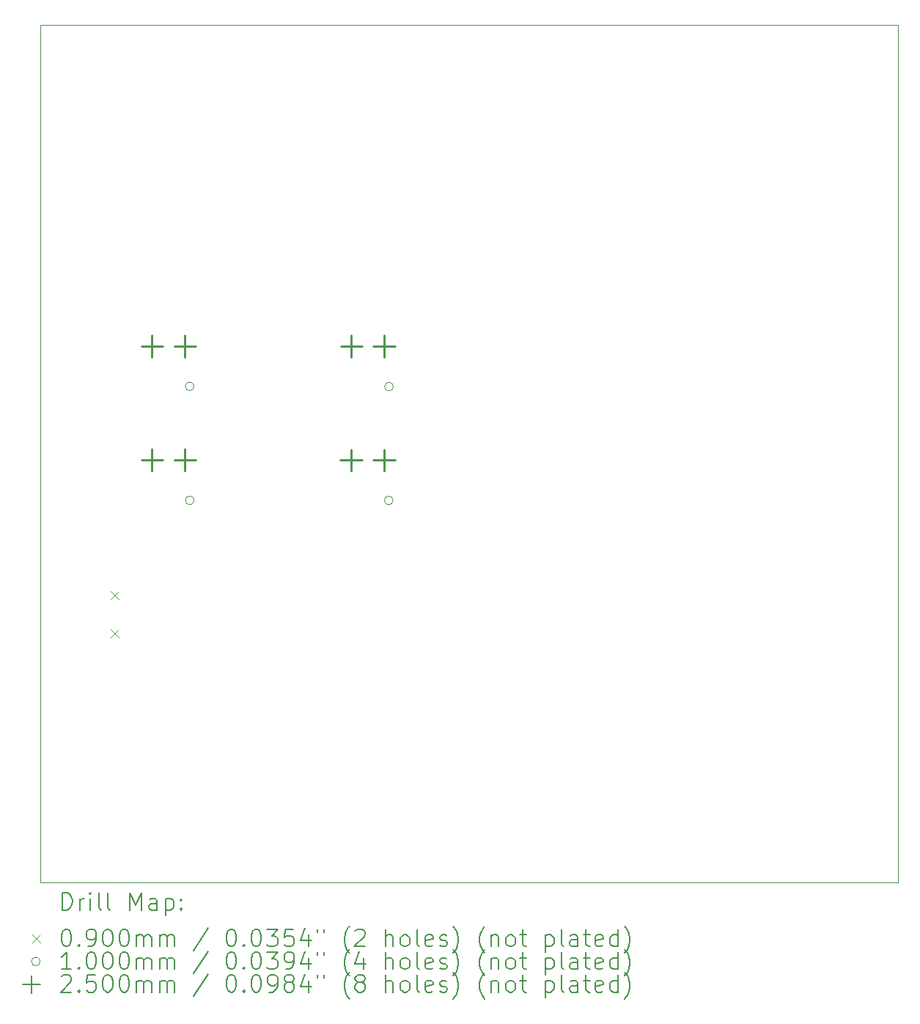
<source format=gbr>
%TF.GenerationSoftware,KiCad,Pcbnew,6.0.7+dfsg-1~bpo11+1*%
%TF.CreationDate,2022-09-15T22:54:31-04:00*%
%TF.ProjectId,COMPLETE_PCB,434f4d50-4c45-4544-955f-5043422e6b69,rev?*%
%TF.SameCoordinates,Original*%
%TF.FileFunction,Drillmap*%
%TF.FilePolarity,Positive*%
%FSLAX45Y45*%
G04 Gerber Fmt 4.5, Leading zero omitted, Abs format (unit mm)*
G04 Created by KiCad (PCBNEW 6.0.7+dfsg-1~bpo11+1) date 2022-09-15 22:54:31*
%MOMM*%
%LPD*%
G01*
G04 APERTURE LIST*
%ADD10C,0.100000*%
%ADD11C,0.200000*%
%ADD12C,0.090000*%
%ADD13C,0.250000*%
G04 APERTURE END LIST*
D10*
X2492000Y-2213000D02*
X12392000Y-2213000D01*
X12392000Y-2213000D02*
X12392000Y-12113000D01*
X12392000Y-12113000D02*
X2492000Y-12113000D01*
X2492000Y-12113000D02*
X2492000Y-2213000D01*
D11*
D12*
X3304740Y-8750390D02*
X3394740Y-8840390D01*
X3394740Y-8750390D02*
X3304740Y-8840390D01*
X3304740Y-9190390D02*
X3394740Y-9280390D01*
X3394740Y-9190390D02*
X3304740Y-9280390D01*
D10*
X4265000Y-6384000D02*
G75*
G03*
X4265000Y-6384000I-50000J0D01*
G01*
X4265000Y-7700000D02*
G75*
G03*
X4265000Y-7700000I-50000J0D01*
G01*
X6564000Y-7701000D02*
G75*
G03*
X6564000Y-7701000I-50000J0D01*
G01*
X6567000Y-6386000D02*
G75*
G03*
X6567000Y-6386000I-50000J0D01*
G01*
D13*
X3780000Y-5794000D02*
X3780000Y-6044000D01*
X3655000Y-5919000D02*
X3905000Y-5919000D01*
X3780000Y-7110000D02*
X3780000Y-7360000D01*
X3655000Y-7235000D02*
X3905000Y-7235000D01*
X4160000Y-5794000D02*
X4160000Y-6044000D01*
X4035000Y-5919000D02*
X4285000Y-5919000D01*
X4160000Y-7110000D02*
X4160000Y-7360000D01*
X4035000Y-7235000D02*
X4285000Y-7235000D01*
X6079000Y-7111000D02*
X6079000Y-7361000D01*
X5954000Y-7236000D02*
X6204000Y-7236000D01*
X6082000Y-5796000D02*
X6082000Y-6046000D01*
X5957000Y-5921000D02*
X6207000Y-5921000D01*
X6459000Y-7111000D02*
X6459000Y-7361000D01*
X6334000Y-7236000D02*
X6584000Y-7236000D01*
X6462000Y-5796000D02*
X6462000Y-6046000D01*
X6337000Y-5921000D02*
X6587000Y-5921000D01*
D11*
X2744619Y-12428476D02*
X2744619Y-12228476D01*
X2792238Y-12228476D01*
X2820809Y-12238000D01*
X2839857Y-12257048D01*
X2849381Y-12276095D01*
X2858905Y-12314190D01*
X2858905Y-12342762D01*
X2849381Y-12380857D01*
X2839857Y-12399905D01*
X2820809Y-12418952D01*
X2792238Y-12428476D01*
X2744619Y-12428476D01*
X2944619Y-12428476D02*
X2944619Y-12295143D01*
X2944619Y-12333238D02*
X2954143Y-12314190D01*
X2963667Y-12304667D01*
X2982714Y-12295143D01*
X3001762Y-12295143D01*
X3068428Y-12428476D02*
X3068428Y-12295143D01*
X3068428Y-12228476D02*
X3058905Y-12238000D01*
X3068428Y-12247524D01*
X3077952Y-12238000D01*
X3068428Y-12228476D01*
X3068428Y-12247524D01*
X3192238Y-12428476D02*
X3173190Y-12418952D01*
X3163667Y-12399905D01*
X3163667Y-12228476D01*
X3297000Y-12428476D02*
X3277952Y-12418952D01*
X3268428Y-12399905D01*
X3268428Y-12228476D01*
X3525571Y-12428476D02*
X3525571Y-12228476D01*
X3592238Y-12371333D01*
X3658905Y-12228476D01*
X3658905Y-12428476D01*
X3839857Y-12428476D02*
X3839857Y-12323714D01*
X3830333Y-12304667D01*
X3811286Y-12295143D01*
X3773190Y-12295143D01*
X3754143Y-12304667D01*
X3839857Y-12418952D02*
X3820809Y-12428476D01*
X3773190Y-12428476D01*
X3754143Y-12418952D01*
X3744619Y-12399905D01*
X3744619Y-12380857D01*
X3754143Y-12361809D01*
X3773190Y-12352286D01*
X3820809Y-12352286D01*
X3839857Y-12342762D01*
X3935095Y-12295143D02*
X3935095Y-12495143D01*
X3935095Y-12304667D02*
X3954143Y-12295143D01*
X3992238Y-12295143D01*
X4011286Y-12304667D01*
X4020809Y-12314190D01*
X4030333Y-12333238D01*
X4030333Y-12390381D01*
X4020809Y-12409428D01*
X4011286Y-12418952D01*
X3992238Y-12428476D01*
X3954143Y-12428476D01*
X3935095Y-12418952D01*
X4116048Y-12409428D02*
X4125571Y-12418952D01*
X4116048Y-12428476D01*
X4106524Y-12418952D01*
X4116048Y-12409428D01*
X4116048Y-12428476D01*
X4116048Y-12304667D02*
X4125571Y-12314190D01*
X4116048Y-12323714D01*
X4106524Y-12314190D01*
X4116048Y-12304667D01*
X4116048Y-12323714D01*
D12*
X2397000Y-12713000D02*
X2487000Y-12803000D01*
X2487000Y-12713000D02*
X2397000Y-12803000D01*
D11*
X2782714Y-12648476D02*
X2801762Y-12648476D01*
X2820809Y-12658000D01*
X2830333Y-12667524D01*
X2839857Y-12686571D01*
X2849381Y-12724667D01*
X2849381Y-12772286D01*
X2839857Y-12810381D01*
X2830333Y-12829428D01*
X2820809Y-12838952D01*
X2801762Y-12848476D01*
X2782714Y-12848476D01*
X2763667Y-12838952D01*
X2754143Y-12829428D01*
X2744619Y-12810381D01*
X2735095Y-12772286D01*
X2735095Y-12724667D01*
X2744619Y-12686571D01*
X2754143Y-12667524D01*
X2763667Y-12658000D01*
X2782714Y-12648476D01*
X2935095Y-12829428D02*
X2944619Y-12838952D01*
X2935095Y-12848476D01*
X2925571Y-12838952D01*
X2935095Y-12829428D01*
X2935095Y-12848476D01*
X3039857Y-12848476D02*
X3077952Y-12848476D01*
X3097000Y-12838952D01*
X3106524Y-12829428D01*
X3125571Y-12800857D01*
X3135095Y-12762762D01*
X3135095Y-12686571D01*
X3125571Y-12667524D01*
X3116048Y-12658000D01*
X3097000Y-12648476D01*
X3058905Y-12648476D01*
X3039857Y-12658000D01*
X3030333Y-12667524D01*
X3020809Y-12686571D01*
X3020809Y-12734190D01*
X3030333Y-12753238D01*
X3039857Y-12762762D01*
X3058905Y-12772286D01*
X3097000Y-12772286D01*
X3116048Y-12762762D01*
X3125571Y-12753238D01*
X3135095Y-12734190D01*
X3258905Y-12648476D02*
X3277952Y-12648476D01*
X3297000Y-12658000D01*
X3306524Y-12667524D01*
X3316048Y-12686571D01*
X3325571Y-12724667D01*
X3325571Y-12772286D01*
X3316048Y-12810381D01*
X3306524Y-12829428D01*
X3297000Y-12838952D01*
X3277952Y-12848476D01*
X3258905Y-12848476D01*
X3239857Y-12838952D01*
X3230333Y-12829428D01*
X3220809Y-12810381D01*
X3211286Y-12772286D01*
X3211286Y-12724667D01*
X3220809Y-12686571D01*
X3230333Y-12667524D01*
X3239857Y-12658000D01*
X3258905Y-12648476D01*
X3449381Y-12648476D02*
X3468428Y-12648476D01*
X3487476Y-12658000D01*
X3497000Y-12667524D01*
X3506524Y-12686571D01*
X3516048Y-12724667D01*
X3516048Y-12772286D01*
X3506524Y-12810381D01*
X3497000Y-12829428D01*
X3487476Y-12838952D01*
X3468428Y-12848476D01*
X3449381Y-12848476D01*
X3430333Y-12838952D01*
X3420809Y-12829428D01*
X3411286Y-12810381D01*
X3401762Y-12772286D01*
X3401762Y-12724667D01*
X3411286Y-12686571D01*
X3420809Y-12667524D01*
X3430333Y-12658000D01*
X3449381Y-12648476D01*
X3601762Y-12848476D02*
X3601762Y-12715143D01*
X3601762Y-12734190D02*
X3611286Y-12724667D01*
X3630333Y-12715143D01*
X3658905Y-12715143D01*
X3677952Y-12724667D01*
X3687476Y-12743714D01*
X3687476Y-12848476D01*
X3687476Y-12743714D02*
X3697000Y-12724667D01*
X3716048Y-12715143D01*
X3744619Y-12715143D01*
X3763667Y-12724667D01*
X3773190Y-12743714D01*
X3773190Y-12848476D01*
X3868428Y-12848476D02*
X3868428Y-12715143D01*
X3868428Y-12734190D02*
X3877952Y-12724667D01*
X3897000Y-12715143D01*
X3925571Y-12715143D01*
X3944619Y-12724667D01*
X3954143Y-12743714D01*
X3954143Y-12848476D01*
X3954143Y-12743714D02*
X3963667Y-12724667D01*
X3982714Y-12715143D01*
X4011286Y-12715143D01*
X4030333Y-12724667D01*
X4039857Y-12743714D01*
X4039857Y-12848476D01*
X4430333Y-12638952D02*
X4258905Y-12896095D01*
X4687476Y-12648476D02*
X4706524Y-12648476D01*
X4725571Y-12658000D01*
X4735095Y-12667524D01*
X4744619Y-12686571D01*
X4754143Y-12724667D01*
X4754143Y-12772286D01*
X4744619Y-12810381D01*
X4735095Y-12829428D01*
X4725571Y-12838952D01*
X4706524Y-12848476D01*
X4687476Y-12848476D01*
X4668429Y-12838952D01*
X4658905Y-12829428D01*
X4649381Y-12810381D01*
X4639857Y-12772286D01*
X4639857Y-12724667D01*
X4649381Y-12686571D01*
X4658905Y-12667524D01*
X4668429Y-12658000D01*
X4687476Y-12648476D01*
X4839857Y-12829428D02*
X4849381Y-12838952D01*
X4839857Y-12848476D01*
X4830333Y-12838952D01*
X4839857Y-12829428D01*
X4839857Y-12848476D01*
X4973190Y-12648476D02*
X4992238Y-12648476D01*
X5011286Y-12658000D01*
X5020810Y-12667524D01*
X5030333Y-12686571D01*
X5039857Y-12724667D01*
X5039857Y-12772286D01*
X5030333Y-12810381D01*
X5020810Y-12829428D01*
X5011286Y-12838952D01*
X4992238Y-12848476D01*
X4973190Y-12848476D01*
X4954143Y-12838952D01*
X4944619Y-12829428D01*
X4935095Y-12810381D01*
X4925571Y-12772286D01*
X4925571Y-12724667D01*
X4935095Y-12686571D01*
X4944619Y-12667524D01*
X4954143Y-12658000D01*
X4973190Y-12648476D01*
X5106524Y-12648476D02*
X5230333Y-12648476D01*
X5163667Y-12724667D01*
X5192238Y-12724667D01*
X5211286Y-12734190D01*
X5220810Y-12743714D01*
X5230333Y-12762762D01*
X5230333Y-12810381D01*
X5220810Y-12829428D01*
X5211286Y-12838952D01*
X5192238Y-12848476D01*
X5135095Y-12848476D01*
X5116048Y-12838952D01*
X5106524Y-12829428D01*
X5411286Y-12648476D02*
X5316048Y-12648476D01*
X5306524Y-12743714D01*
X5316048Y-12734190D01*
X5335095Y-12724667D01*
X5382714Y-12724667D01*
X5401762Y-12734190D01*
X5411286Y-12743714D01*
X5420810Y-12762762D01*
X5420810Y-12810381D01*
X5411286Y-12829428D01*
X5401762Y-12838952D01*
X5382714Y-12848476D01*
X5335095Y-12848476D01*
X5316048Y-12838952D01*
X5306524Y-12829428D01*
X5592238Y-12715143D02*
X5592238Y-12848476D01*
X5544619Y-12638952D02*
X5497000Y-12781809D01*
X5620809Y-12781809D01*
X5687476Y-12648476D02*
X5687476Y-12686571D01*
X5763667Y-12648476D02*
X5763667Y-12686571D01*
X6058905Y-12924667D02*
X6049381Y-12915143D01*
X6030333Y-12886571D01*
X6020809Y-12867524D01*
X6011286Y-12838952D01*
X6001762Y-12791333D01*
X6001762Y-12753238D01*
X6011286Y-12705619D01*
X6020809Y-12677048D01*
X6030333Y-12658000D01*
X6049381Y-12629428D01*
X6058905Y-12619905D01*
X6125571Y-12667524D02*
X6135095Y-12658000D01*
X6154143Y-12648476D01*
X6201762Y-12648476D01*
X6220809Y-12658000D01*
X6230333Y-12667524D01*
X6239857Y-12686571D01*
X6239857Y-12705619D01*
X6230333Y-12734190D01*
X6116048Y-12848476D01*
X6239857Y-12848476D01*
X6477952Y-12848476D02*
X6477952Y-12648476D01*
X6563667Y-12848476D02*
X6563667Y-12743714D01*
X6554143Y-12724667D01*
X6535095Y-12715143D01*
X6506524Y-12715143D01*
X6487476Y-12724667D01*
X6477952Y-12734190D01*
X6687476Y-12848476D02*
X6668428Y-12838952D01*
X6658905Y-12829428D01*
X6649381Y-12810381D01*
X6649381Y-12753238D01*
X6658905Y-12734190D01*
X6668428Y-12724667D01*
X6687476Y-12715143D01*
X6716048Y-12715143D01*
X6735095Y-12724667D01*
X6744619Y-12734190D01*
X6754143Y-12753238D01*
X6754143Y-12810381D01*
X6744619Y-12829428D01*
X6735095Y-12838952D01*
X6716048Y-12848476D01*
X6687476Y-12848476D01*
X6868428Y-12848476D02*
X6849381Y-12838952D01*
X6839857Y-12819905D01*
X6839857Y-12648476D01*
X7020809Y-12838952D02*
X7001762Y-12848476D01*
X6963667Y-12848476D01*
X6944619Y-12838952D01*
X6935095Y-12819905D01*
X6935095Y-12743714D01*
X6944619Y-12724667D01*
X6963667Y-12715143D01*
X7001762Y-12715143D01*
X7020809Y-12724667D01*
X7030333Y-12743714D01*
X7030333Y-12762762D01*
X6935095Y-12781809D01*
X7106524Y-12838952D02*
X7125571Y-12848476D01*
X7163667Y-12848476D01*
X7182714Y-12838952D01*
X7192238Y-12819905D01*
X7192238Y-12810381D01*
X7182714Y-12791333D01*
X7163667Y-12781809D01*
X7135095Y-12781809D01*
X7116048Y-12772286D01*
X7106524Y-12753238D01*
X7106524Y-12743714D01*
X7116048Y-12724667D01*
X7135095Y-12715143D01*
X7163667Y-12715143D01*
X7182714Y-12724667D01*
X7258905Y-12924667D02*
X7268428Y-12915143D01*
X7287476Y-12886571D01*
X7297000Y-12867524D01*
X7306524Y-12838952D01*
X7316048Y-12791333D01*
X7316048Y-12753238D01*
X7306524Y-12705619D01*
X7297000Y-12677048D01*
X7287476Y-12658000D01*
X7268428Y-12629428D01*
X7258905Y-12619905D01*
X7620809Y-12924667D02*
X7611286Y-12915143D01*
X7592238Y-12886571D01*
X7582714Y-12867524D01*
X7573190Y-12838952D01*
X7563667Y-12791333D01*
X7563667Y-12753238D01*
X7573190Y-12705619D01*
X7582714Y-12677048D01*
X7592238Y-12658000D01*
X7611286Y-12629428D01*
X7620809Y-12619905D01*
X7697000Y-12715143D02*
X7697000Y-12848476D01*
X7697000Y-12734190D02*
X7706524Y-12724667D01*
X7725571Y-12715143D01*
X7754143Y-12715143D01*
X7773190Y-12724667D01*
X7782714Y-12743714D01*
X7782714Y-12848476D01*
X7906524Y-12848476D02*
X7887476Y-12838952D01*
X7877952Y-12829428D01*
X7868428Y-12810381D01*
X7868428Y-12753238D01*
X7877952Y-12734190D01*
X7887476Y-12724667D01*
X7906524Y-12715143D01*
X7935095Y-12715143D01*
X7954143Y-12724667D01*
X7963667Y-12734190D01*
X7973190Y-12753238D01*
X7973190Y-12810381D01*
X7963667Y-12829428D01*
X7954143Y-12838952D01*
X7935095Y-12848476D01*
X7906524Y-12848476D01*
X8030333Y-12715143D02*
X8106524Y-12715143D01*
X8058905Y-12648476D02*
X8058905Y-12819905D01*
X8068428Y-12838952D01*
X8087476Y-12848476D01*
X8106524Y-12848476D01*
X8325571Y-12715143D02*
X8325571Y-12915143D01*
X8325571Y-12724667D02*
X8344619Y-12715143D01*
X8382714Y-12715143D01*
X8401762Y-12724667D01*
X8411286Y-12734190D01*
X8420810Y-12753238D01*
X8420810Y-12810381D01*
X8411286Y-12829428D01*
X8401762Y-12838952D01*
X8382714Y-12848476D01*
X8344619Y-12848476D01*
X8325571Y-12838952D01*
X8535095Y-12848476D02*
X8516048Y-12838952D01*
X8506524Y-12819905D01*
X8506524Y-12648476D01*
X8697000Y-12848476D02*
X8697000Y-12743714D01*
X8687476Y-12724667D01*
X8668429Y-12715143D01*
X8630333Y-12715143D01*
X8611286Y-12724667D01*
X8697000Y-12838952D02*
X8677952Y-12848476D01*
X8630333Y-12848476D01*
X8611286Y-12838952D01*
X8601762Y-12819905D01*
X8601762Y-12800857D01*
X8611286Y-12781809D01*
X8630333Y-12772286D01*
X8677952Y-12772286D01*
X8697000Y-12762762D01*
X8763667Y-12715143D02*
X8839857Y-12715143D01*
X8792238Y-12648476D02*
X8792238Y-12819905D01*
X8801762Y-12838952D01*
X8820810Y-12848476D01*
X8839857Y-12848476D01*
X8982714Y-12838952D02*
X8963667Y-12848476D01*
X8925571Y-12848476D01*
X8906524Y-12838952D01*
X8897000Y-12819905D01*
X8897000Y-12743714D01*
X8906524Y-12724667D01*
X8925571Y-12715143D01*
X8963667Y-12715143D01*
X8982714Y-12724667D01*
X8992238Y-12743714D01*
X8992238Y-12762762D01*
X8897000Y-12781809D01*
X9163667Y-12848476D02*
X9163667Y-12648476D01*
X9163667Y-12838952D02*
X9144619Y-12848476D01*
X9106524Y-12848476D01*
X9087476Y-12838952D01*
X9077952Y-12829428D01*
X9068429Y-12810381D01*
X9068429Y-12753238D01*
X9077952Y-12734190D01*
X9087476Y-12724667D01*
X9106524Y-12715143D01*
X9144619Y-12715143D01*
X9163667Y-12724667D01*
X9239857Y-12924667D02*
X9249381Y-12915143D01*
X9268429Y-12886571D01*
X9277952Y-12867524D01*
X9287476Y-12838952D01*
X9297000Y-12791333D01*
X9297000Y-12753238D01*
X9287476Y-12705619D01*
X9277952Y-12677048D01*
X9268429Y-12658000D01*
X9249381Y-12629428D01*
X9239857Y-12619905D01*
D10*
X2487000Y-13022000D02*
G75*
G03*
X2487000Y-13022000I-50000J0D01*
G01*
D11*
X2849381Y-13112476D02*
X2735095Y-13112476D01*
X2792238Y-13112476D02*
X2792238Y-12912476D01*
X2773190Y-12941048D01*
X2754143Y-12960095D01*
X2735095Y-12969619D01*
X2935095Y-13093428D02*
X2944619Y-13102952D01*
X2935095Y-13112476D01*
X2925571Y-13102952D01*
X2935095Y-13093428D01*
X2935095Y-13112476D01*
X3068428Y-12912476D02*
X3087476Y-12912476D01*
X3106524Y-12922000D01*
X3116048Y-12931524D01*
X3125571Y-12950571D01*
X3135095Y-12988667D01*
X3135095Y-13036286D01*
X3125571Y-13074381D01*
X3116048Y-13093428D01*
X3106524Y-13102952D01*
X3087476Y-13112476D01*
X3068428Y-13112476D01*
X3049381Y-13102952D01*
X3039857Y-13093428D01*
X3030333Y-13074381D01*
X3020809Y-13036286D01*
X3020809Y-12988667D01*
X3030333Y-12950571D01*
X3039857Y-12931524D01*
X3049381Y-12922000D01*
X3068428Y-12912476D01*
X3258905Y-12912476D02*
X3277952Y-12912476D01*
X3297000Y-12922000D01*
X3306524Y-12931524D01*
X3316048Y-12950571D01*
X3325571Y-12988667D01*
X3325571Y-13036286D01*
X3316048Y-13074381D01*
X3306524Y-13093428D01*
X3297000Y-13102952D01*
X3277952Y-13112476D01*
X3258905Y-13112476D01*
X3239857Y-13102952D01*
X3230333Y-13093428D01*
X3220809Y-13074381D01*
X3211286Y-13036286D01*
X3211286Y-12988667D01*
X3220809Y-12950571D01*
X3230333Y-12931524D01*
X3239857Y-12922000D01*
X3258905Y-12912476D01*
X3449381Y-12912476D02*
X3468428Y-12912476D01*
X3487476Y-12922000D01*
X3497000Y-12931524D01*
X3506524Y-12950571D01*
X3516048Y-12988667D01*
X3516048Y-13036286D01*
X3506524Y-13074381D01*
X3497000Y-13093428D01*
X3487476Y-13102952D01*
X3468428Y-13112476D01*
X3449381Y-13112476D01*
X3430333Y-13102952D01*
X3420809Y-13093428D01*
X3411286Y-13074381D01*
X3401762Y-13036286D01*
X3401762Y-12988667D01*
X3411286Y-12950571D01*
X3420809Y-12931524D01*
X3430333Y-12922000D01*
X3449381Y-12912476D01*
X3601762Y-13112476D02*
X3601762Y-12979143D01*
X3601762Y-12998190D02*
X3611286Y-12988667D01*
X3630333Y-12979143D01*
X3658905Y-12979143D01*
X3677952Y-12988667D01*
X3687476Y-13007714D01*
X3687476Y-13112476D01*
X3687476Y-13007714D02*
X3697000Y-12988667D01*
X3716048Y-12979143D01*
X3744619Y-12979143D01*
X3763667Y-12988667D01*
X3773190Y-13007714D01*
X3773190Y-13112476D01*
X3868428Y-13112476D02*
X3868428Y-12979143D01*
X3868428Y-12998190D02*
X3877952Y-12988667D01*
X3897000Y-12979143D01*
X3925571Y-12979143D01*
X3944619Y-12988667D01*
X3954143Y-13007714D01*
X3954143Y-13112476D01*
X3954143Y-13007714D02*
X3963667Y-12988667D01*
X3982714Y-12979143D01*
X4011286Y-12979143D01*
X4030333Y-12988667D01*
X4039857Y-13007714D01*
X4039857Y-13112476D01*
X4430333Y-12902952D02*
X4258905Y-13160095D01*
X4687476Y-12912476D02*
X4706524Y-12912476D01*
X4725571Y-12922000D01*
X4735095Y-12931524D01*
X4744619Y-12950571D01*
X4754143Y-12988667D01*
X4754143Y-13036286D01*
X4744619Y-13074381D01*
X4735095Y-13093428D01*
X4725571Y-13102952D01*
X4706524Y-13112476D01*
X4687476Y-13112476D01*
X4668429Y-13102952D01*
X4658905Y-13093428D01*
X4649381Y-13074381D01*
X4639857Y-13036286D01*
X4639857Y-12988667D01*
X4649381Y-12950571D01*
X4658905Y-12931524D01*
X4668429Y-12922000D01*
X4687476Y-12912476D01*
X4839857Y-13093428D02*
X4849381Y-13102952D01*
X4839857Y-13112476D01*
X4830333Y-13102952D01*
X4839857Y-13093428D01*
X4839857Y-13112476D01*
X4973190Y-12912476D02*
X4992238Y-12912476D01*
X5011286Y-12922000D01*
X5020810Y-12931524D01*
X5030333Y-12950571D01*
X5039857Y-12988667D01*
X5039857Y-13036286D01*
X5030333Y-13074381D01*
X5020810Y-13093428D01*
X5011286Y-13102952D01*
X4992238Y-13112476D01*
X4973190Y-13112476D01*
X4954143Y-13102952D01*
X4944619Y-13093428D01*
X4935095Y-13074381D01*
X4925571Y-13036286D01*
X4925571Y-12988667D01*
X4935095Y-12950571D01*
X4944619Y-12931524D01*
X4954143Y-12922000D01*
X4973190Y-12912476D01*
X5106524Y-12912476D02*
X5230333Y-12912476D01*
X5163667Y-12988667D01*
X5192238Y-12988667D01*
X5211286Y-12998190D01*
X5220810Y-13007714D01*
X5230333Y-13026762D01*
X5230333Y-13074381D01*
X5220810Y-13093428D01*
X5211286Y-13102952D01*
X5192238Y-13112476D01*
X5135095Y-13112476D01*
X5116048Y-13102952D01*
X5106524Y-13093428D01*
X5325571Y-13112476D02*
X5363667Y-13112476D01*
X5382714Y-13102952D01*
X5392238Y-13093428D01*
X5411286Y-13064857D01*
X5420810Y-13026762D01*
X5420810Y-12950571D01*
X5411286Y-12931524D01*
X5401762Y-12922000D01*
X5382714Y-12912476D01*
X5344619Y-12912476D01*
X5325571Y-12922000D01*
X5316048Y-12931524D01*
X5306524Y-12950571D01*
X5306524Y-12998190D01*
X5316048Y-13017238D01*
X5325571Y-13026762D01*
X5344619Y-13036286D01*
X5382714Y-13036286D01*
X5401762Y-13026762D01*
X5411286Y-13017238D01*
X5420810Y-12998190D01*
X5592238Y-12979143D02*
X5592238Y-13112476D01*
X5544619Y-12902952D02*
X5497000Y-13045809D01*
X5620809Y-13045809D01*
X5687476Y-12912476D02*
X5687476Y-12950571D01*
X5763667Y-12912476D02*
X5763667Y-12950571D01*
X6058905Y-13188667D02*
X6049381Y-13179143D01*
X6030333Y-13150571D01*
X6020809Y-13131524D01*
X6011286Y-13102952D01*
X6001762Y-13055333D01*
X6001762Y-13017238D01*
X6011286Y-12969619D01*
X6020809Y-12941048D01*
X6030333Y-12922000D01*
X6049381Y-12893428D01*
X6058905Y-12883905D01*
X6220809Y-12979143D02*
X6220809Y-13112476D01*
X6173190Y-12902952D02*
X6125571Y-13045809D01*
X6249381Y-13045809D01*
X6477952Y-13112476D02*
X6477952Y-12912476D01*
X6563667Y-13112476D02*
X6563667Y-13007714D01*
X6554143Y-12988667D01*
X6535095Y-12979143D01*
X6506524Y-12979143D01*
X6487476Y-12988667D01*
X6477952Y-12998190D01*
X6687476Y-13112476D02*
X6668428Y-13102952D01*
X6658905Y-13093428D01*
X6649381Y-13074381D01*
X6649381Y-13017238D01*
X6658905Y-12998190D01*
X6668428Y-12988667D01*
X6687476Y-12979143D01*
X6716048Y-12979143D01*
X6735095Y-12988667D01*
X6744619Y-12998190D01*
X6754143Y-13017238D01*
X6754143Y-13074381D01*
X6744619Y-13093428D01*
X6735095Y-13102952D01*
X6716048Y-13112476D01*
X6687476Y-13112476D01*
X6868428Y-13112476D02*
X6849381Y-13102952D01*
X6839857Y-13083905D01*
X6839857Y-12912476D01*
X7020809Y-13102952D02*
X7001762Y-13112476D01*
X6963667Y-13112476D01*
X6944619Y-13102952D01*
X6935095Y-13083905D01*
X6935095Y-13007714D01*
X6944619Y-12988667D01*
X6963667Y-12979143D01*
X7001762Y-12979143D01*
X7020809Y-12988667D01*
X7030333Y-13007714D01*
X7030333Y-13026762D01*
X6935095Y-13045809D01*
X7106524Y-13102952D02*
X7125571Y-13112476D01*
X7163667Y-13112476D01*
X7182714Y-13102952D01*
X7192238Y-13083905D01*
X7192238Y-13074381D01*
X7182714Y-13055333D01*
X7163667Y-13045809D01*
X7135095Y-13045809D01*
X7116048Y-13036286D01*
X7106524Y-13017238D01*
X7106524Y-13007714D01*
X7116048Y-12988667D01*
X7135095Y-12979143D01*
X7163667Y-12979143D01*
X7182714Y-12988667D01*
X7258905Y-13188667D02*
X7268428Y-13179143D01*
X7287476Y-13150571D01*
X7297000Y-13131524D01*
X7306524Y-13102952D01*
X7316048Y-13055333D01*
X7316048Y-13017238D01*
X7306524Y-12969619D01*
X7297000Y-12941048D01*
X7287476Y-12922000D01*
X7268428Y-12893428D01*
X7258905Y-12883905D01*
X7620809Y-13188667D02*
X7611286Y-13179143D01*
X7592238Y-13150571D01*
X7582714Y-13131524D01*
X7573190Y-13102952D01*
X7563667Y-13055333D01*
X7563667Y-13017238D01*
X7573190Y-12969619D01*
X7582714Y-12941048D01*
X7592238Y-12922000D01*
X7611286Y-12893428D01*
X7620809Y-12883905D01*
X7697000Y-12979143D02*
X7697000Y-13112476D01*
X7697000Y-12998190D02*
X7706524Y-12988667D01*
X7725571Y-12979143D01*
X7754143Y-12979143D01*
X7773190Y-12988667D01*
X7782714Y-13007714D01*
X7782714Y-13112476D01*
X7906524Y-13112476D02*
X7887476Y-13102952D01*
X7877952Y-13093428D01*
X7868428Y-13074381D01*
X7868428Y-13017238D01*
X7877952Y-12998190D01*
X7887476Y-12988667D01*
X7906524Y-12979143D01*
X7935095Y-12979143D01*
X7954143Y-12988667D01*
X7963667Y-12998190D01*
X7973190Y-13017238D01*
X7973190Y-13074381D01*
X7963667Y-13093428D01*
X7954143Y-13102952D01*
X7935095Y-13112476D01*
X7906524Y-13112476D01*
X8030333Y-12979143D02*
X8106524Y-12979143D01*
X8058905Y-12912476D02*
X8058905Y-13083905D01*
X8068428Y-13102952D01*
X8087476Y-13112476D01*
X8106524Y-13112476D01*
X8325571Y-12979143D02*
X8325571Y-13179143D01*
X8325571Y-12988667D02*
X8344619Y-12979143D01*
X8382714Y-12979143D01*
X8401762Y-12988667D01*
X8411286Y-12998190D01*
X8420810Y-13017238D01*
X8420810Y-13074381D01*
X8411286Y-13093428D01*
X8401762Y-13102952D01*
X8382714Y-13112476D01*
X8344619Y-13112476D01*
X8325571Y-13102952D01*
X8535095Y-13112476D02*
X8516048Y-13102952D01*
X8506524Y-13083905D01*
X8506524Y-12912476D01*
X8697000Y-13112476D02*
X8697000Y-13007714D01*
X8687476Y-12988667D01*
X8668429Y-12979143D01*
X8630333Y-12979143D01*
X8611286Y-12988667D01*
X8697000Y-13102952D02*
X8677952Y-13112476D01*
X8630333Y-13112476D01*
X8611286Y-13102952D01*
X8601762Y-13083905D01*
X8601762Y-13064857D01*
X8611286Y-13045809D01*
X8630333Y-13036286D01*
X8677952Y-13036286D01*
X8697000Y-13026762D01*
X8763667Y-12979143D02*
X8839857Y-12979143D01*
X8792238Y-12912476D02*
X8792238Y-13083905D01*
X8801762Y-13102952D01*
X8820810Y-13112476D01*
X8839857Y-13112476D01*
X8982714Y-13102952D02*
X8963667Y-13112476D01*
X8925571Y-13112476D01*
X8906524Y-13102952D01*
X8897000Y-13083905D01*
X8897000Y-13007714D01*
X8906524Y-12988667D01*
X8925571Y-12979143D01*
X8963667Y-12979143D01*
X8982714Y-12988667D01*
X8992238Y-13007714D01*
X8992238Y-13026762D01*
X8897000Y-13045809D01*
X9163667Y-13112476D02*
X9163667Y-12912476D01*
X9163667Y-13102952D02*
X9144619Y-13112476D01*
X9106524Y-13112476D01*
X9087476Y-13102952D01*
X9077952Y-13093428D01*
X9068429Y-13074381D01*
X9068429Y-13017238D01*
X9077952Y-12998190D01*
X9087476Y-12988667D01*
X9106524Y-12979143D01*
X9144619Y-12979143D01*
X9163667Y-12988667D01*
X9239857Y-13188667D02*
X9249381Y-13179143D01*
X9268429Y-13150571D01*
X9277952Y-13131524D01*
X9287476Y-13102952D01*
X9297000Y-13055333D01*
X9297000Y-13017238D01*
X9287476Y-12969619D01*
X9277952Y-12941048D01*
X9268429Y-12922000D01*
X9249381Y-12893428D01*
X9239857Y-12883905D01*
X2387000Y-13186000D02*
X2387000Y-13386000D01*
X2287000Y-13286000D02*
X2487000Y-13286000D01*
X2735095Y-13195524D02*
X2744619Y-13186000D01*
X2763667Y-13176476D01*
X2811286Y-13176476D01*
X2830333Y-13186000D01*
X2839857Y-13195524D01*
X2849381Y-13214571D01*
X2849381Y-13233619D01*
X2839857Y-13262190D01*
X2725571Y-13376476D01*
X2849381Y-13376476D01*
X2935095Y-13357428D02*
X2944619Y-13366952D01*
X2935095Y-13376476D01*
X2925571Y-13366952D01*
X2935095Y-13357428D01*
X2935095Y-13376476D01*
X3125571Y-13176476D02*
X3030333Y-13176476D01*
X3020809Y-13271714D01*
X3030333Y-13262190D01*
X3049381Y-13252667D01*
X3097000Y-13252667D01*
X3116048Y-13262190D01*
X3125571Y-13271714D01*
X3135095Y-13290762D01*
X3135095Y-13338381D01*
X3125571Y-13357428D01*
X3116048Y-13366952D01*
X3097000Y-13376476D01*
X3049381Y-13376476D01*
X3030333Y-13366952D01*
X3020809Y-13357428D01*
X3258905Y-13176476D02*
X3277952Y-13176476D01*
X3297000Y-13186000D01*
X3306524Y-13195524D01*
X3316048Y-13214571D01*
X3325571Y-13252667D01*
X3325571Y-13300286D01*
X3316048Y-13338381D01*
X3306524Y-13357428D01*
X3297000Y-13366952D01*
X3277952Y-13376476D01*
X3258905Y-13376476D01*
X3239857Y-13366952D01*
X3230333Y-13357428D01*
X3220809Y-13338381D01*
X3211286Y-13300286D01*
X3211286Y-13252667D01*
X3220809Y-13214571D01*
X3230333Y-13195524D01*
X3239857Y-13186000D01*
X3258905Y-13176476D01*
X3449381Y-13176476D02*
X3468428Y-13176476D01*
X3487476Y-13186000D01*
X3497000Y-13195524D01*
X3506524Y-13214571D01*
X3516048Y-13252667D01*
X3516048Y-13300286D01*
X3506524Y-13338381D01*
X3497000Y-13357428D01*
X3487476Y-13366952D01*
X3468428Y-13376476D01*
X3449381Y-13376476D01*
X3430333Y-13366952D01*
X3420809Y-13357428D01*
X3411286Y-13338381D01*
X3401762Y-13300286D01*
X3401762Y-13252667D01*
X3411286Y-13214571D01*
X3420809Y-13195524D01*
X3430333Y-13186000D01*
X3449381Y-13176476D01*
X3601762Y-13376476D02*
X3601762Y-13243143D01*
X3601762Y-13262190D02*
X3611286Y-13252667D01*
X3630333Y-13243143D01*
X3658905Y-13243143D01*
X3677952Y-13252667D01*
X3687476Y-13271714D01*
X3687476Y-13376476D01*
X3687476Y-13271714D02*
X3697000Y-13252667D01*
X3716048Y-13243143D01*
X3744619Y-13243143D01*
X3763667Y-13252667D01*
X3773190Y-13271714D01*
X3773190Y-13376476D01*
X3868428Y-13376476D02*
X3868428Y-13243143D01*
X3868428Y-13262190D02*
X3877952Y-13252667D01*
X3897000Y-13243143D01*
X3925571Y-13243143D01*
X3944619Y-13252667D01*
X3954143Y-13271714D01*
X3954143Y-13376476D01*
X3954143Y-13271714D02*
X3963667Y-13252667D01*
X3982714Y-13243143D01*
X4011286Y-13243143D01*
X4030333Y-13252667D01*
X4039857Y-13271714D01*
X4039857Y-13376476D01*
X4430333Y-13166952D02*
X4258905Y-13424095D01*
X4687476Y-13176476D02*
X4706524Y-13176476D01*
X4725571Y-13186000D01*
X4735095Y-13195524D01*
X4744619Y-13214571D01*
X4754143Y-13252667D01*
X4754143Y-13300286D01*
X4744619Y-13338381D01*
X4735095Y-13357428D01*
X4725571Y-13366952D01*
X4706524Y-13376476D01*
X4687476Y-13376476D01*
X4668429Y-13366952D01*
X4658905Y-13357428D01*
X4649381Y-13338381D01*
X4639857Y-13300286D01*
X4639857Y-13252667D01*
X4649381Y-13214571D01*
X4658905Y-13195524D01*
X4668429Y-13186000D01*
X4687476Y-13176476D01*
X4839857Y-13357428D02*
X4849381Y-13366952D01*
X4839857Y-13376476D01*
X4830333Y-13366952D01*
X4839857Y-13357428D01*
X4839857Y-13376476D01*
X4973190Y-13176476D02*
X4992238Y-13176476D01*
X5011286Y-13186000D01*
X5020810Y-13195524D01*
X5030333Y-13214571D01*
X5039857Y-13252667D01*
X5039857Y-13300286D01*
X5030333Y-13338381D01*
X5020810Y-13357428D01*
X5011286Y-13366952D01*
X4992238Y-13376476D01*
X4973190Y-13376476D01*
X4954143Y-13366952D01*
X4944619Y-13357428D01*
X4935095Y-13338381D01*
X4925571Y-13300286D01*
X4925571Y-13252667D01*
X4935095Y-13214571D01*
X4944619Y-13195524D01*
X4954143Y-13186000D01*
X4973190Y-13176476D01*
X5135095Y-13376476D02*
X5173190Y-13376476D01*
X5192238Y-13366952D01*
X5201762Y-13357428D01*
X5220810Y-13328857D01*
X5230333Y-13290762D01*
X5230333Y-13214571D01*
X5220810Y-13195524D01*
X5211286Y-13186000D01*
X5192238Y-13176476D01*
X5154143Y-13176476D01*
X5135095Y-13186000D01*
X5125571Y-13195524D01*
X5116048Y-13214571D01*
X5116048Y-13262190D01*
X5125571Y-13281238D01*
X5135095Y-13290762D01*
X5154143Y-13300286D01*
X5192238Y-13300286D01*
X5211286Y-13290762D01*
X5220810Y-13281238D01*
X5230333Y-13262190D01*
X5344619Y-13262190D02*
X5325571Y-13252667D01*
X5316048Y-13243143D01*
X5306524Y-13224095D01*
X5306524Y-13214571D01*
X5316048Y-13195524D01*
X5325571Y-13186000D01*
X5344619Y-13176476D01*
X5382714Y-13176476D01*
X5401762Y-13186000D01*
X5411286Y-13195524D01*
X5420810Y-13214571D01*
X5420810Y-13224095D01*
X5411286Y-13243143D01*
X5401762Y-13252667D01*
X5382714Y-13262190D01*
X5344619Y-13262190D01*
X5325571Y-13271714D01*
X5316048Y-13281238D01*
X5306524Y-13300286D01*
X5306524Y-13338381D01*
X5316048Y-13357428D01*
X5325571Y-13366952D01*
X5344619Y-13376476D01*
X5382714Y-13376476D01*
X5401762Y-13366952D01*
X5411286Y-13357428D01*
X5420810Y-13338381D01*
X5420810Y-13300286D01*
X5411286Y-13281238D01*
X5401762Y-13271714D01*
X5382714Y-13262190D01*
X5592238Y-13243143D02*
X5592238Y-13376476D01*
X5544619Y-13166952D02*
X5497000Y-13309809D01*
X5620809Y-13309809D01*
X5687476Y-13176476D02*
X5687476Y-13214571D01*
X5763667Y-13176476D02*
X5763667Y-13214571D01*
X6058905Y-13452667D02*
X6049381Y-13443143D01*
X6030333Y-13414571D01*
X6020809Y-13395524D01*
X6011286Y-13366952D01*
X6001762Y-13319333D01*
X6001762Y-13281238D01*
X6011286Y-13233619D01*
X6020809Y-13205048D01*
X6030333Y-13186000D01*
X6049381Y-13157428D01*
X6058905Y-13147905D01*
X6163667Y-13262190D02*
X6144619Y-13252667D01*
X6135095Y-13243143D01*
X6125571Y-13224095D01*
X6125571Y-13214571D01*
X6135095Y-13195524D01*
X6144619Y-13186000D01*
X6163667Y-13176476D01*
X6201762Y-13176476D01*
X6220809Y-13186000D01*
X6230333Y-13195524D01*
X6239857Y-13214571D01*
X6239857Y-13224095D01*
X6230333Y-13243143D01*
X6220809Y-13252667D01*
X6201762Y-13262190D01*
X6163667Y-13262190D01*
X6144619Y-13271714D01*
X6135095Y-13281238D01*
X6125571Y-13300286D01*
X6125571Y-13338381D01*
X6135095Y-13357428D01*
X6144619Y-13366952D01*
X6163667Y-13376476D01*
X6201762Y-13376476D01*
X6220809Y-13366952D01*
X6230333Y-13357428D01*
X6239857Y-13338381D01*
X6239857Y-13300286D01*
X6230333Y-13281238D01*
X6220809Y-13271714D01*
X6201762Y-13262190D01*
X6477952Y-13376476D02*
X6477952Y-13176476D01*
X6563667Y-13376476D02*
X6563667Y-13271714D01*
X6554143Y-13252667D01*
X6535095Y-13243143D01*
X6506524Y-13243143D01*
X6487476Y-13252667D01*
X6477952Y-13262190D01*
X6687476Y-13376476D02*
X6668428Y-13366952D01*
X6658905Y-13357428D01*
X6649381Y-13338381D01*
X6649381Y-13281238D01*
X6658905Y-13262190D01*
X6668428Y-13252667D01*
X6687476Y-13243143D01*
X6716048Y-13243143D01*
X6735095Y-13252667D01*
X6744619Y-13262190D01*
X6754143Y-13281238D01*
X6754143Y-13338381D01*
X6744619Y-13357428D01*
X6735095Y-13366952D01*
X6716048Y-13376476D01*
X6687476Y-13376476D01*
X6868428Y-13376476D02*
X6849381Y-13366952D01*
X6839857Y-13347905D01*
X6839857Y-13176476D01*
X7020809Y-13366952D02*
X7001762Y-13376476D01*
X6963667Y-13376476D01*
X6944619Y-13366952D01*
X6935095Y-13347905D01*
X6935095Y-13271714D01*
X6944619Y-13252667D01*
X6963667Y-13243143D01*
X7001762Y-13243143D01*
X7020809Y-13252667D01*
X7030333Y-13271714D01*
X7030333Y-13290762D01*
X6935095Y-13309809D01*
X7106524Y-13366952D02*
X7125571Y-13376476D01*
X7163667Y-13376476D01*
X7182714Y-13366952D01*
X7192238Y-13347905D01*
X7192238Y-13338381D01*
X7182714Y-13319333D01*
X7163667Y-13309809D01*
X7135095Y-13309809D01*
X7116048Y-13300286D01*
X7106524Y-13281238D01*
X7106524Y-13271714D01*
X7116048Y-13252667D01*
X7135095Y-13243143D01*
X7163667Y-13243143D01*
X7182714Y-13252667D01*
X7258905Y-13452667D02*
X7268428Y-13443143D01*
X7287476Y-13414571D01*
X7297000Y-13395524D01*
X7306524Y-13366952D01*
X7316048Y-13319333D01*
X7316048Y-13281238D01*
X7306524Y-13233619D01*
X7297000Y-13205048D01*
X7287476Y-13186000D01*
X7268428Y-13157428D01*
X7258905Y-13147905D01*
X7620809Y-13452667D02*
X7611286Y-13443143D01*
X7592238Y-13414571D01*
X7582714Y-13395524D01*
X7573190Y-13366952D01*
X7563667Y-13319333D01*
X7563667Y-13281238D01*
X7573190Y-13233619D01*
X7582714Y-13205048D01*
X7592238Y-13186000D01*
X7611286Y-13157428D01*
X7620809Y-13147905D01*
X7697000Y-13243143D02*
X7697000Y-13376476D01*
X7697000Y-13262190D02*
X7706524Y-13252667D01*
X7725571Y-13243143D01*
X7754143Y-13243143D01*
X7773190Y-13252667D01*
X7782714Y-13271714D01*
X7782714Y-13376476D01*
X7906524Y-13376476D02*
X7887476Y-13366952D01*
X7877952Y-13357428D01*
X7868428Y-13338381D01*
X7868428Y-13281238D01*
X7877952Y-13262190D01*
X7887476Y-13252667D01*
X7906524Y-13243143D01*
X7935095Y-13243143D01*
X7954143Y-13252667D01*
X7963667Y-13262190D01*
X7973190Y-13281238D01*
X7973190Y-13338381D01*
X7963667Y-13357428D01*
X7954143Y-13366952D01*
X7935095Y-13376476D01*
X7906524Y-13376476D01*
X8030333Y-13243143D02*
X8106524Y-13243143D01*
X8058905Y-13176476D02*
X8058905Y-13347905D01*
X8068428Y-13366952D01*
X8087476Y-13376476D01*
X8106524Y-13376476D01*
X8325571Y-13243143D02*
X8325571Y-13443143D01*
X8325571Y-13252667D02*
X8344619Y-13243143D01*
X8382714Y-13243143D01*
X8401762Y-13252667D01*
X8411286Y-13262190D01*
X8420810Y-13281238D01*
X8420810Y-13338381D01*
X8411286Y-13357428D01*
X8401762Y-13366952D01*
X8382714Y-13376476D01*
X8344619Y-13376476D01*
X8325571Y-13366952D01*
X8535095Y-13376476D02*
X8516048Y-13366952D01*
X8506524Y-13347905D01*
X8506524Y-13176476D01*
X8697000Y-13376476D02*
X8697000Y-13271714D01*
X8687476Y-13252667D01*
X8668429Y-13243143D01*
X8630333Y-13243143D01*
X8611286Y-13252667D01*
X8697000Y-13366952D02*
X8677952Y-13376476D01*
X8630333Y-13376476D01*
X8611286Y-13366952D01*
X8601762Y-13347905D01*
X8601762Y-13328857D01*
X8611286Y-13309809D01*
X8630333Y-13300286D01*
X8677952Y-13300286D01*
X8697000Y-13290762D01*
X8763667Y-13243143D02*
X8839857Y-13243143D01*
X8792238Y-13176476D02*
X8792238Y-13347905D01*
X8801762Y-13366952D01*
X8820810Y-13376476D01*
X8839857Y-13376476D01*
X8982714Y-13366952D02*
X8963667Y-13376476D01*
X8925571Y-13376476D01*
X8906524Y-13366952D01*
X8897000Y-13347905D01*
X8897000Y-13271714D01*
X8906524Y-13252667D01*
X8925571Y-13243143D01*
X8963667Y-13243143D01*
X8982714Y-13252667D01*
X8992238Y-13271714D01*
X8992238Y-13290762D01*
X8897000Y-13309809D01*
X9163667Y-13376476D02*
X9163667Y-13176476D01*
X9163667Y-13366952D02*
X9144619Y-13376476D01*
X9106524Y-13376476D01*
X9087476Y-13366952D01*
X9077952Y-13357428D01*
X9068429Y-13338381D01*
X9068429Y-13281238D01*
X9077952Y-13262190D01*
X9087476Y-13252667D01*
X9106524Y-13243143D01*
X9144619Y-13243143D01*
X9163667Y-13252667D01*
X9239857Y-13452667D02*
X9249381Y-13443143D01*
X9268429Y-13414571D01*
X9277952Y-13395524D01*
X9287476Y-13366952D01*
X9297000Y-13319333D01*
X9297000Y-13281238D01*
X9287476Y-13233619D01*
X9277952Y-13205048D01*
X9268429Y-13186000D01*
X9249381Y-13157428D01*
X9239857Y-13147905D01*
M02*

</source>
